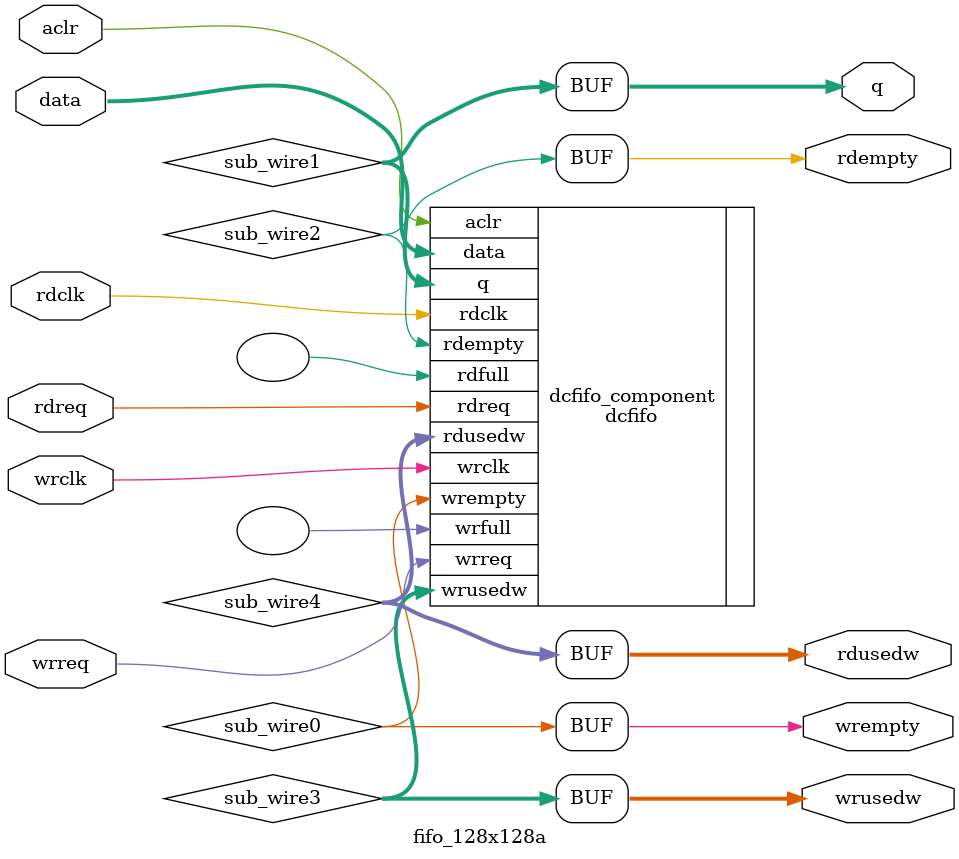
<source format=v>
module fifo_128x128a (
	aclr,
	data,
	rdclk,
	rdreq,
	wrclk,
	wrreq,
	q,
	rdempty,
	rdusedw,
	wrempty,
	wrusedw);
	input	  aclr;
	input	[127:0]  data;
	input	  rdclk;
	input	  rdreq;
	input	  wrclk;
	input	  wrreq;
	output	[127:0]  q;
	output	  rdempty;
	output	[6:0]  rdusedw;
	output	  wrempty;
	output	[6:0]  wrusedw;
`ifndef ALTERA_RESERVED_QIS
// synopsys translate_off
`endif
	tri0	  aclr;
`ifndef ALTERA_RESERVED_QIS
// synopsys translate_on
`endif
	wire  sub_wire0;
	wire [127:0] sub_wire1;
	wire  sub_wire2;
	wire [6:0] sub_wire3;
	wire [6:0] sub_wire4;
	wire  wrempty = sub_wire0;
	wire [127:0] q = sub_wire1[127:0];
	wire  rdempty = sub_wire2;
	wire [6:0] wrusedw = sub_wire3[6:0];
	wire [6:0] rdusedw = sub_wire4[6:0];
	dcfifo	dcfifo_component (
				.rdclk (rdclk),
				.wrclk (wrclk),
				.wrreq (wrreq),
				.aclr (aclr),
				.data (data),
				.rdreq (rdreq),
				.wrempty (sub_wire0),
				.q (sub_wire1),
				.rdempty (sub_wire2),
				.wrusedw (sub_wire3),
				.rdusedw (sub_wire4),
				.rdfull (),
				.wrfull ());
	defparam
		dcfifo_component.intended_device_family = "Arria II GX",
		dcfifo_component.lpm_numwords = 128,
		dcfifo_component.lpm_showahead = "ON",
		dcfifo_component.lpm_type = "dcfifo",
		dcfifo_component.lpm_width = 128,
		dcfifo_component.lpm_widthu = 7,
		dcfifo_component.overflow_checking = "ON",
		dcfifo_component.rdsync_delaypipe = 4,
		dcfifo_component.underflow_checking = "ON",
		dcfifo_component.use_eab = "ON",
		dcfifo_component.write_aclr_synch = "ON",
		dcfifo_component.wrsync_delaypipe = 4;
endmodule
</source>
